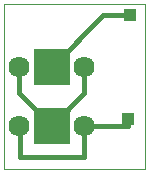
<source format=gtl>
G75*
%MOIN*%
%OFA0B0*%
%FSLAX25Y25*%
%IPPOS*%
%LPD*%
%AMOC8*
5,1,8,0,0,1.08239X$1,22.5*
%
%ADD10C,0.00000*%
%ADD11R,0.12480X0.12480*%
%ADD12C,0.07028*%
%ADD13R,0.04200X0.04200*%
%ADD14C,0.01600*%
D10*
X0001000Y0001000D02*
X0001000Y0056118D01*
X0048244Y0056118D01*
X0048244Y0001000D01*
X0001000Y0001000D01*
D11*
X0017063Y0015252D03*
X0017063Y0034937D03*
D12*
X0027949Y0034937D03*
X0027949Y0015252D03*
X0006177Y0015252D03*
X0006177Y0034937D03*
D13*
X0042614Y0017575D03*
X0043283Y0052181D03*
D14*
X0034307Y0052181D01*
X0017063Y0034937D01*
X0027949Y0034937D02*
X0027949Y0026138D01*
X0017063Y0015252D01*
X0006177Y0026138D01*
X0006177Y0034937D01*
X0006177Y0015252D02*
X0006512Y0015252D01*
X0006512Y0004937D01*
X0027949Y0004937D01*
X0027949Y0015252D01*
X0042614Y0015252D01*
X0042614Y0017575D01*
M02*

</source>
